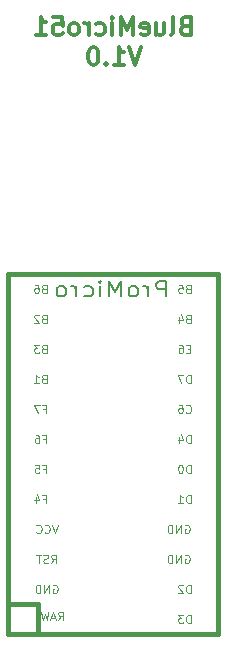
<source format=gbr>
G04 #@! TF.FileFunction,Legend,Bot*
%FSLAX46Y46*%
G04 Gerber Fmt 4.6, Leading zero omitted, Abs format (unit mm)*
G04 Created by KiCad (PCBNEW 4.0.7) date 05/30/18 17:56:51*
%MOMM*%
%LPD*%
G01*
G04 APERTURE LIST*
%ADD10C,0.100000*%
%ADD11C,0.300000*%
%ADD12C,0.381000*%
%ADD13C,0.203200*%
G04 APERTURE END LIST*
D10*
D11*
X150875714Y-69028571D02*
X150375714Y-70528571D01*
X149875714Y-69028571D01*
X148590000Y-70528571D02*
X149447143Y-70528571D01*
X149018571Y-70528571D02*
X149018571Y-69028571D01*
X149161428Y-69242857D01*
X149304286Y-69385714D01*
X149447143Y-69457143D01*
X147947143Y-70385714D02*
X147875715Y-70457143D01*
X147947143Y-70528571D01*
X148018572Y-70457143D01*
X147947143Y-70385714D01*
X147947143Y-70528571D01*
X146947143Y-69028571D02*
X146804286Y-69028571D01*
X146661429Y-69100000D01*
X146590000Y-69171429D01*
X146518571Y-69314286D01*
X146447143Y-69600000D01*
X146447143Y-69957143D01*
X146518571Y-70242857D01*
X146590000Y-70385714D01*
X146661429Y-70457143D01*
X146804286Y-70528571D01*
X146947143Y-70528571D01*
X147090000Y-70457143D01*
X147161429Y-70385714D01*
X147232857Y-70242857D01*
X147304286Y-69957143D01*
X147304286Y-69600000D01*
X147232857Y-69314286D01*
X147161429Y-69171429D01*
X147090000Y-69100000D01*
X146947143Y-69028571D01*
X154625713Y-67202857D02*
X154411427Y-67274286D01*
X154339999Y-67345714D01*
X154268570Y-67488571D01*
X154268570Y-67702857D01*
X154339999Y-67845714D01*
X154411427Y-67917143D01*
X154554285Y-67988571D01*
X155125713Y-67988571D01*
X155125713Y-66488571D01*
X154625713Y-66488571D01*
X154482856Y-66560000D01*
X154411427Y-66631429D01*
X154339999Y-66774286D01*
X154339999Y-66917143D01*
X154411427Y-67060000D01*
X154482856Y-67131429D01*
X154625713Y-67202857D01*
X155125713Y-67202857D01*
X153411427Y-67988571D02*
X153554285Y-67917143D01*
X153625713Y-67774286D01*
X153625713Y-66488571D01*
X152197142Y-66988571D02*
X152197142Y-67988571D01*
X152839999Y-66988571D02*
X152839999Y-67774286D01*
X152768571Y-67917143D01*
X152625713Y-67988571D01*
X152411428Y-67988571D01*
X152268571Y-67917143D01*
X152197142Y-67845714D01*
X150911428Y-67917143D02*
X151054285Y-67988571D01*
X151339999Y-67988571D01*
X151482856Y-67917143D01*
X151554285Y-67774286D01*
X151554285Y-67202857D01*
X151482856Y-67060000D01*
X151339999Y-66988571D01*
X151054285Y-66988571D01*
X150911428Y-67060000D01*
X150839999Y-67202857D01*
X150839999Y-67345714D01*
X151554285Y-67488571D01*
X150197142Y-67988571D02*
X150197142Y-66488571D01*
X149697142Y-67560000D01*
X149197142Y-66488571D01*
X149197142Y-67988571D01*
X148482856Y-67988571D02*
X148482856Y-66988571D01*
X148482856Y-66488571D02*
X148554285Y-66560000D01*
X148482856Y-66631429D01*
X148411428Y-66560000D01*
X148482856Y-66488571D01*
X148482856Y-66631429D01*
X147125713Y-67917143D02*
X147268570Y-67988571D01*
X147554284Y-67988571D01*
X147697142Y-67917143D01*
X147768570Y-67845714D01*
X147839999Y-67702857D01*
X147839999Y-67274286D01*
X147768570Y-67131429D01*
X147697142Y-67060000D01*
X147554284Y-66988571D01*
X147268570Y-66988571D01*
X147125713Y-67060000D01*
X146482856Y-67988571D02*
X146482856Y-66988571D01*
X146482856Y-67274286D02*
X146411428Y-67131429D01*
X146339999Y-67060000D01*
X146197142Y-66988571D01*
X146054285Y-66988571D01*
X145339999Y-67988571D02*
X145482857Y-67917143D01*
X145554285Y-67845714D01*
X145625714Y-67702857D01*
X145625714Y-67274286D01*
X145554285Y-67131429D01*
X145482857Y-67060000D01*
X145339999Y-66988571D01*
X145125714Y-66988571D01*
X144982857Y-67060000D01*
X144911428Y-67131429D01*
X144839999Y-67274286D01*
X144839999Y-67702857D01*
X144911428Y-67845714D01*
X144982857Y-67917143D01*
X145125714Y-67988571D01*
X145339999Y-67988571D01*
X143482856Y-66488571D02*
X144197142Y-66488571D01*
X144268571Y-67202857D01*
X144197142Y-67131429D01*
X144054285Y-67060000D01*
X143697142Y-67060000D01*
X143554285Y-67131429D01*
X143482856Y-67202857D01*
X143411428Y-67345714D01*
X143411428Y-67702857D01*
X143482856Y-67845714D01*
X143554285Y-67917143D01*
X143697142Y-67988571D01*
X144054285Y-67988571D01*
X144197142Y-67917143D01*
X144268571Y-67845714D01*
X141982857Y-67988571D02*
X142840000Y-67988571D01*
X142411428Y-67988571D02*
X142411428Y-66488571D01*
X142554285Y-66702857D01*
X142697143Y-66845714D01*
X142840000Y-66917143D01*
D12*
X157391100Y-118719600D02*
X139611100Y-118719600D01*
X139611100Y-118719600D02*
X139611100Y-88239600D01*
X139611100Y-88239600D02*
X157391100Y-88239600D01*
X157391100Y-88239600D02*
X157391100Y-118719600D01*
X142151100Y-118719600D02*
X142151100Y-116179600D01*
X142151100Y-116179600D02*
X139611100Y-116179600D01*
D13*
X153043346Y-90117144D02*
X153043346Y-88847144D01*
X152462774Y-88847144D01*
X152317632Y-88907620D01*
X152245060Y-88968096D01*
X152172489Y-89089049D01*
X152172489Y-89270477D01*
X152245060Y-89391430D01*
X152317632Y-89451906D01*
X152462774Y-89512382D01*
X153043346Y-89512382D01*
X151519346Y-90117144D02*
X151519346Y-89270477D01*
X151519346Y-89512382D02*
X151446774Y-89391430D01*
X151374203Y-89330953D01*
X151229060Y-89270477D01*
X151083917Y-89270477D01*
X150358203Y-90117144D02*
X150503345Y-90056668D01*
X150575917Y-89996191D01*
X150648488Y-89875239D01*
X150648488Y-89512382D01*
X150575917Y-89391430D01*
X150503345Y-89330953D01*
X150358203Y-89270477D01*
X150140488Y-89270477D01*
X149995345Y-89330953D01*
X149922774Y-89391430D01*
X149850203Y-89512382D01*
X149850203Y-89875239D01*
X149922774Y-89996191D01*
X149995345Y-90056668D01*
X150140488Y-90117144D01*
X150358203Y-90117144D01*
X149197060Y-90117144D02*
X149197060Y-88847144D01*
X148689060Y-89754287D01*
X148181060Y-88847144D01*
X148181060Y-90117144D01*
X147455346Y-90117144D02*
X147455346Y-89270477D01*
X147455346Y-88847144D02*
X147527917Y-88907620D01*
X147455346Y-88968096D01*
X147382774Y-88907620D01*
X147455346Y-88847144D01*
X147455346Y-88968096D01*
X146076489Y-90056668D02*
X146221632Y-90117144D01*
X146511918Y-90117144D01*
X146657060Y-90056668D01*
X146729632Y-89996191D01*
X146802203Y-89875239D01*
X146802203Y-89512382D01*
X146729632Y-89391430D01*
X146657060Y-89330953D01*
X146511918Y-89270477D01*
X146221632Y-89270477D01*
X146076489Y-89330953D01*
X145423346Y-90117144D02*
X145423346Y-89270477D01*
X145423346Y-89512382D02*
X145350774Y-89391430D01*
X145278203Y-89330953D01*
X145133060Y-89270477D01*
X144987917Y-89270477D01*
X144262203Y-90117144D02*
X144407345Y-90056668D01*
X144479917Y-89996191D01*
X144552488Y-89875239D01*
X144552488Y-89512382D01*
X144479917Y-89391430D01*
X144407345Y-89330953D01*
X144262203Y-89270477D01*
X144044488Y-89270477D01*
X143899345Y-89330953D01*
X143826774Y-89391430D01*
X143754203Y-89512382D01*
X143754203Y-89875239D01*
X143826774Y-89996191D01*
X143899345Y-90056668D01*
X144044488Y-90117144D01*
X144262203Y-90117144D01*
D10*
X154880433Y-89459600D02*
X154780433Y-89492933D01*
X154747100Y-89526267D01*
X154713766Y-89592933D01*
X154713766Y-89692933D01*
X154747100Y-89759600D01*
X154780433Y-89792933D01*
X154847100Y-89826267D01*
X155113766Y-89826267D01*
X155113766Y-89126267D01*
X154880433Y-89126267D01*
X154813766Y-89159600D01*
X154780433Y-89192933D01*
X154747100Y-89259600D01*
X154747100Y-89326267D01*
X154780433Y-89392933D01*
X154813766Y-89426267D01*
X154880433Y-89459600D01*
X155113766Y-89459600D01*
X154080433Y-89126267D02*
X154413766Y-89126267D01*
X154447100Y-89459600D01*
X154413766Y-89426267D01*
X154347100Y-89392933D01*
X154180433Y-89392933D01*
X154113766Y-89426267D01*
X154080433Y-89459600D01*
X154047100Y-89526267D01*
X154047100Y-89692933D01*
X154080433Y-89759600D01*
X154113766Y-89792933D01*
X154180433Y-89826267D01*
X154347100Y-89826267D01*
X154413766Y-89792933D01*
X154447100Y-89759600D01*
X154880433Y-91999600D02*
X154780433Y-92032933D01*
X154747100Y-92066267D01*
X154713766Y-92132933D01*
X154713766Y-92232933D01*
X154747100Y-92299600D01*
X154780433Y-92332933D01*
X154847100Y-92366267D01*
X155113766Y-92366267D01*
X155113766Y-91666267D01*
X154880433Y-91666267D01*
X154813766Y-91699600D01*
X154780433Y-91732933D01*
X154747100Y-91799600D01*
X154747100Y-91866267D01*
X154780433Y-91932933D01*
X154813766Y-91966267D01*
X154880433Y-91999600D01*
X155113766Y-91999600D01*
X154113766Y-91899600D02*
X154113766Y-92366267D01*
X154280433Y-91632933D02*
X154447100Y-92132933D01*
X154013766Y-92132933D01*
X155080433Y-94539600D02*
X154847100Y-94539600D01*
X154747100Y-94906267D02*
X155080433Y-94906267D01*
X155080433Y-94206267D01*
X154747100Y-94206267D01*
X154147100Y-94206267D02*
X154280434Y-94206267D01*
X154347100Y-94239600D01*
X154380434Y-94272933D01*
X154447100Y-94372933D01*
X154480434Y-94506267D01*
X154480434Y-94772933D01*
X154447100Y-94839600D01*
X154413767Y-94872933D01*
X154347100Y-94906267D01*
X154213767Y-94906267D01*
X154147100Y-94872933D01*
X154113767Y-94839600D01*
X154080434Y-94772933D01*
X154080434Y-94606267D01*
X154113767Y-94539600D01*
X154147100Y-94506267D01*
X154213767Y-94472933D01*
X154347100Y-94472933D01*
X154413767Y-94506267D01*
X154447100Y-94539600D01*
X154480434Y-94606267D01*
X155113766Y-97446267D02*
X155113766Y-96746267D01*
X154947100Y-96746267D01*
X154847100Y-96779600D01*
X154780433Y-96846267D01*
X154747100Y-96912933D01*
X154713766Y-97046267D01*
X154713766Y-97146267D01*
X154747100Y-97279600D01*
X154780433Y-97346267D01*
X154847100Y-97412933D01*
X154947100Y-97446267D01*
X155113766Y-97446267D01*
X154480433Y-96746267D02*
X154013766Y-96746267D01*
X154313766Y-97446267D01*
X154713766Y-99919600D02*
X154747100Y-99952933D01*
X154847100Y-99986267D01*
X154913766Y-99986267D01*
X155013766Y-99952933D01*
X155080433Y-99886267D01*
X155113766Y-99819600D01*
X155147100Y-99686267D01*
X155147100Y-99586267D01*
X155113766Y-99452933D01*
X155080433Y-99386267D01*
X155013766Y-99319600D01*
X154913766Y-99286267D01*
X154847100Y-99286267D01*
X154747100Y-99319600D01*
X154713766Y-99352933D01*
X154113766Y-99286267D02*
X154247100Y-99286267D01*
X154313766Y-99319600D01*
X154347100Y-99352933D01*
X154413766Y-99452933D01*
X154447100Y-99586267D01*
X154447100Y-99852933D01*
X154413766Y-99919600D01*
X154380433Y-99952933D01*
X154313766Y-99986267D01*
X154180433Y-99986267D01*
X154113766Y-99952933D01*
X154080433Y-99919600D01*
X154047100Y-99852933D01*
X154047100Y-99686267D01*
X154080433Y-99619600D01*
X154113766Y-99586267D01*
X154180433Y-99552933D01*
X154313766Y-99552933D01*
X154380433Y-99586267D01*
X154413766Y-99619600D01*
X154447100Y-99686267D01*
X155113766Y-102526267D02*
X155113766Y-101826267D01*
X154947100Y-101826267D01*
X154847100Y-101859600D01*
X154780433Y-101926267D01*
X154747100Y-101992933D01*
X154713766Y-102126267D01*
X154713766Y-102226267D01*
X154747100Y-102359600D01*
X154780433Y-102426267D01*
X154847100Y-102492933D01*
X154947100Y-102526267D01*
X155113766Y-102526267D01*
X154113766Y-102059600D02*
X154113766Y-102526267D01*
X154280433Y-101792933D02*
X154447100Y-102292933D01*
X154013766Y-102292933D01*
X155113766Y-105066267D02*
X155113766Y-104366267D01*
X154947100Y-104366267D01*
X154847100Y-104399600D01*
X154780433Y-104466267D01*
X154747100Y-104532933D01*
X154713766Y-104666267D01*
X154713766Y-104766267D01*
X154747100Y-104899600D01*
X154780433Y-104966267D01*
X154847100Y-105032933D01*
X154947100Y-105066267D01*
X155113766Y-105066267D01*
X154280433Y-104366267D02*
X154213766Y-104366267D01*
X154147100Y-104399600D01*
X154113766Y-104432933D01*
X154080433Y-104499600D01*
X154047100Y-104632933D01*
X154047100Y-104799600D01*
X154080433Y-104932933D01*
X154113766Y-104999600D01*
X154147100Y-105032933D01*
X154213766Y-105066267D01*
X154280433Y-105066267D01*
X154347100Y-105032933D01*
X154380433Y-104999600D01*
X154413766Y-104932933D01*
X154447100Y-104799600D01*
X154447100Y-104632933D01*
X154413766Y-104499600D01*
X154380433Y-104432933D01*
X154347100Y-104399600D01*
X154280433Y-104366267D01*
X155113766Y-107606267D02*
X155113766Y-106906267D01*
X154947100Y-106906267D01*
X154847100Y-106939600D01*
X154780433Y-107006267D01*
X154747100Y-107072933D01*
X154713766Y-107206267D01*
X154713766Y-107306267D01*
X154747100Y-107439600D01*
X154780433Y-107506267D01*
X154847100Y-107572933D01*
X154947100Y-107606267D01*
X155113766Y-107606267D01*
X154047100Y-107606267D02*
X154447100Y-107606267D01*
X154247100Y-107606267D02*
X154247100Y-106906267D01*
X154313766Y-107006267D01*
X154380433Y-107072933D01*
X154447100Y-107106267D01*
X154622433Y-109479600D02*
X154689099Y-109446267D01*
X154789099Y-109446267D01*
X154889099Y-109479600D01*
X154955766Y-109546267D01*
X154989099Y-109612933D01*
X155022433Y-109746267D01*
X155022433Y-109846267D01*
X154989099Y-109979600D01*
X154955766Y-110046267D01*
X154889099Y-110112933D01*
X154789099Y-110146267D01*
X154722433Y-110146267D01*
X154622433Y-110112933D01*
X154589099Y-110079600D01*
X154589099Y-109846267D01*
X154722433Y-109846267D01*
X154289099Y-110146267D02*
X154289099Y-109446267D01*
X153889099Y-110146267D01*
X153889099Y-109446267D01*
X153555766Y-110146267D02*
X153555766Y-109446267D01*
X153389100Y-109446267D01*
X153289100Y-109479600D01*
X153222433Y-109546267D01*
X153189100Y-109612933D01*
X153155766Y-109746267D01*
X153155766Y-109846267D01*
X153189100Y-109979600D01*
X153222433Y-110046267D01*
X153289100Y-110112933D01*
X153389100Y-110146267D01*
X153555766Y-110146267D01*
X154622433Y-112019600D02*
X154689099Y-111986267D01*
X154789099Y-111986267D01*
X154889099Y-112019600D01*
X154955766Y-112086267D01*
X154989099Y-112152933D01*
X155022433Y-112286267D01*
X155022433Y-112386267D01*
X154989099Y-112519600D01*
X154955766Y-112586267D01*
X154889099Y-112652933D01*
X154789099Y-112686267D01*
X154722433Y-112686267D01*
X154622433Y-112652933D01*
X154589099Y-112619600D01*
X154589099Y-112386267D01*
X154722433Y-112386267D01*
X154289099Y-112686267D02*
X154289099Y-111986267D01*
X153889099Y-112686267D01*
X153889099Y-111986267D01*
X153555766Y-112686267D02*
X153555766Y-111986267D01*
X153389100Y-111986267D01*
X153289100Y-112019600D01*
X153222433Y-112086267D01*
X153189100Y-112152933D01*
X153155766Y-112286267D01*
X153155766Y-112386267D01*
X153189100Y-112519600D01*
X153222433Y-112586267D01*
X153289100Y-112652933D01*
X153389100Y-112686267D01*
X153555766Y-112686267D01*
X155113766Y-115226267D02*
X155113766Y-114526267D01*
X154947100Y-114526267D01*
X154847100Y-114559600D01*
X154780433Y-114626267D01*
X154747100Y-114692933D01*
X154713766Y-114826267D01*
X154713766Y-114926267D01*
X154747100Y-115059600D01*
X154780433Y-115126267D01*
X154847100Y-115192933D01*
X154947100Y-115226267D01*
X155113766Y-115226267D01*
X154447100Y-114592933D02*
X154413766Y-114559600D01*
X154347100Y-114526267D01*
X154180433Y-114526267D01*
X154113766Y-114559600D01*
X154080433Y-114592933D01*
X154047100Y-114659600D01*
X154047100Y-114726267D01*
X154080433Y-114826267D01*
X154480433Y-115226267D01*
X154047100Y-115226267D01*
X155113766Y-117766267D02*
X155113766Y-117066267D01*
X154947100Y-117066267D01*
X154847100Y-117099600D01*
X154780433Y-117166267D01*
X154747100Y-117232933D01*
X154713766Y-117366267D01*
X154713766Y-117466267D01*
X154747100Y-117599600D01*
X154780433Y-117666267D01*
X154847100Y-117732933D01*
X154947100Y-117766267D01*
X155113766Y-117766267D01*
X154480433Y-117066267D02*
X154047100Y-117066267D01*
X154280433Y-117332933D01*
X154180433Y-117332933D01*
X154113766Y-117366267D01*
X154080433Y-117399600D01*
X154047100Y-117466267D01*
X154047100Y-117632933D01*
X154080433Y-117699600D01*
X154113766Y-117732933D01*
X154180433Y-117766267D01*
X154380433Y-117766267D01*
X154447100Y-117732933D01*
X154480433Y-117699600D01*
X142688433Y-89459600D02*
X142588433Y-89492933D01*
X142555100Y-89526267D01*
X142521766Y-89592933D01*
X142521766Y-89692933D01*
X142555100Y-89759600D01*
X142588433Y-89792933D01*
X142655100Y-89826267D01*
X142921766Y-89826267D01*
X142921766Y-89126267D01*
X142688433Y-89126267D01*
X142621766Y-89159600D01*
X142588433Y-89192933D01*
X142555100Y-89259600D01*
X142555100Y-89326267D01*
X142588433Y-89392933D01*
X142621766Y-89426267D01*
X142688433Y-89459600D01*
X142921766Y-89459600D01*
X141921766Y-89126267D02*
X142055100Y-89126267D01*
X142121766Y-89159600D01*
X142155100Y-89192933D01*
X142221766Y-89292933D01*
X142255100Y-89426267D01*
X142255100Y-89692933D01*
X142221766Y-89759600D01*
X142188433Y-89792933D01*
X142121766Y-89826267D01*
X141988433Y-89826267D01*
X141921766Y-89792933D01*
X141888433Y-89759600D01*
X141855100Y-89692933D01*
X141855100Y-89526267D01*
X141888433Y-89459600D01*
X141921766Y-89426267D01*
X141988433Y-89392933D01*
X142121766Y-89392933D01*
X142188433Y-89426267D01*
X142221766Y-89459600D01*
X142255100Y-89526267D01*
X142688433Y-91999600D02*
X142588433Y-92032933D01*
X142555100Y-92066267D01*
X142521766Y-92132933D01*
X142521766Y-92232933D01*
X142555100Y-92299600D01*
X142588433Y-92332933D01*
X142655100Y-92366267D01*
X142921766Y-92366267D01*
X142921766Y-91666267D01*
X142688433Y-91666267D01*
X142621766Y-91699600D01*
X142588433Y-91732933D01*
X142555100Y-91799600D01*
X142555100Y-91866267D01*
X142588433Y-91932933D01*
X142621766Y-91966267D01*
X142688433Y-91999600D01*
X142921766Y-91999600D01*
X142255100Y-91732933D02*
X142221766Y-91699600D01*
X142155100Y-91666267D01*
X141988433Y-91666267D01*
X141921766Y-91699600D01*
X141888433Y-91732933D01*
X141855100Y-91799600D01*
X141855100Y-91866267D01*
X141888433Y-91966267D01*
X142288433Y-92366267D01*
X141855100Y-92366267D01*
X142688433Y-94539600D02*
X142588433Y-94572933D01*
X142555100Y-94606267D01*
X142521766Y-94672933D01*
X142521766Y-94772933D01*
X142555100Y-94839600D01*
X142588433Y-94872933D01*
X142655100Y-94906267D01*
X142921766Y-94906267D01*
X142921766Y-94206267D01*
X142688433Y-94206267D01*
X142621766Y-94239600D01*
X142588433Y-94272933D01*
X142555100Y-94339600D01*
X142555100Y-94406267D01*
X142588433Y-94472933D01*
X142621766Y-94506267D01*
X142688433Y-94539600D01*
X142921766Y-94539600D01*
X142288433Y-94206267D02*
X141855100Y-94206267D01*
X142088433Y-94472933D01*
X141988433Y-94472933D01*
X141921766Y-94506267D01*
X141888433Y-94539600D01*
X141855100Y-94606267D01*
X141855100Y-94772933D01*
X141888433Y-94839600D01*
X141921766Y-94872933D01*
X141988433Y-94906267D01*
X142188433Y-94906267D01*
X142255100Y-94872933D01*
X142288433Y-94839600D01*
X142688433Y-97079600D02*
X142588433Y-97112933D01*
X142555100Y-97146267D01*
X142521766Y-97212933D01*
X142521766Y-97312933D01*
X142555100Y-97379600D01*
X142588433Y-97412933D01*
X142655100Y-97446267D01*
X142921766Y-97446267D01*
X142921766Y-96746267D01*
X142688433Y-96746267D01*
X142621766Y-96779600D01*
X142588433Y-96812933D01*
X142555100Y-96879600D01*
X142555100Y-96946267D01*
X142588433Y-97012933D01*
X142621766Y-97046267D01*
X142688433Y-97079600D01*
X142921766Y-97079600D01*
X141855100Y-97446267D02*
X142255100Y-97446267D01*
X142055100Y-97446267D02*
X142055100Y-96746267D01*
X142121766Y-96846267D01*
X142188433Y-96912933D01*
X142255100Y-96946267D01*
X142638433Y-102159600D02*
X142871766Y-102159600D01*
X142871766Y-102526267D02*
X142871766Y-101826267D01*
X142538433Y-101826267D01*
X141971766Y-101826267D02*
X142105100Y-101826267D01*
X142171766Y-101859600D01*
X142205100Y-101892933D01*
X142271766Y-101992933D01*
X142305100Y-102126267D01*
X142305100Y-102392933D01*
X142271766Y-102459600D01*
X142238433Y-102492933D01*
X142171766Y-102526267D01*
X142038433Y-102526267D01*
X141971766Y-102492933D01*
X141938433Y-102459600D01*
X141905100Y-102392933D01*
X141905100Y-102226267D01*
X141938433Y-102159600D01*
X141971766Y-102126267D01*
X142038433Y-102092933D01*
X142171766Y-102092933D01*
X142238433Y-102126267D01*
X142271766Y-102159600D01*
X142305100Y-102226267D01*
X142638433Y-99619600D02*
X142871766Y-99619600D01*
X142871766Y-99986267D02*
X142871766Y-99286267D01*
X142538433Y-99286267D01*
X142338433Y-99286267D02*
X141871766Y-99286267D01*
X142171766Y-99986267D01*
X142638433Y-104699600D02*
X142871766Y-104699600D01*
X142871766Y-105066267D02*
X142871766Y-104366267D01*
X142538433Y-104366267D01*
X141938433Y-104366267D02*
X142271766Y-104366267D01*
X142305100Y-104699600D01*
X142271766Y-104666267D01*
X142205100Y-104632933D01*
X142038433Y-104632933D01*
X141971766Y-104666267D01*
X141938433Y-104699600D01*
X141905100Y-104766267D01*
X141905100Y-104932933D01*
X141938433Y-104999600D01*
X141971766Y-105032933D01*
X142038433Y-105066267D01*
X142205100Y-105066267D01*
X142271766Y-105032933D01*
X142305100Y-104999600D01*
X142638433Y-107239600D02*
X142871766Y-107239600D01*
X142871766Y-107606267D02*
X142871766Y-106906267D01*
X142538433Y-106906267D01*
X141971766Y-107139600D02*
X141971766Y-107606267D01*
X142138433Y-106872933D02*
X142305100Y-107372933D01*
X141871766Y-107372933D01*
X143846433Y-109446267D02*
X143613100Y-110146267D01*
X143379767Y-109446267D01*
X142746433Y-110079600D02*
X142779767Y-110112933D01*
X142879767Y-110146267D01*
X142946433Y-110146267D01*
X143046433Y-110112933D01*
X143113100Y-110046267D01*
X143146433Y-109979600D01*
X143179767Y-109846267D01*
X143179767Y-109746267D01*
X143146433Y-109612933D01*
X143113100Y-109546267D01*
X143046433Y-109479600D01*
X142946433Y-109446267D01*
X142879767Y-109446267D01*
X142779767Y-109479600D01*
X142746433Y-109512933D01*
X142046433Y-110079600D02*
X142079767Y-110112933D01*
X142179767Y-110146267D01*
X142246433Y-110146267D01*
X142346433Y-110112933D01*
X142413100Y-110046267D01*
X142446433Y-109979600D01*
X142479767Y-109846267D01*
X142479767Y-109746267D01*
X142446433Y-109612933D01*
X142413100Y-109546267D01*
X142346433Y-109479600D01*
X142246433Y-109446267D01*
X142179767Y-109446267D01*
X142079767Y-109479600D01*
X142046433Y-109512933D01*
X143296433Y-112686267D02*
X143529767Y-112352933D01*
X143696433Y-112686267D02*
X143696433Y-111986267D01*
X143429767Y-111986267D01*
X143363100Y-112019600D01*
X143329767Y-112052933D01*
X143296433Y-112119600D01*
X143296433Y-112219600D01*
X143329767Y-112286267D01*
X143363100Y-112319600D01*
X143429767Y-112352933D01*
X143696433Y-112352933D01*
X143029767Y-112652933D02*
X142929767Y-112686267D01*
X142763100Y-112686267D01*
X142696433Y-112652933D01*
X142663100Y-112619600D01*
X142629767Y-112552933D01*
X142629767Y-112486267D01*
X142663100Y-112419600D01*
X142696433Y-112386267D01*
X142763100Y-112352933D01*
X142896433Y-112319600D01*
X142963100Y-112286267D01*
X142996433Y-112252933D01*
X143029767Y-112186267D01*
X143029767Y-112119600D01*
X142996433Y-112052933D01*
X142963100Y-112019600D01*
X142896433Y-111986267D01*
X142729767Y-111986267D01*
X142629767Y-112019600D01*
X142429766Y-111986267D02*
X142029766Y-111986267D01*
X142229766Y-112686267D02*
X142229766Y-111986267D01*
X143446433Y-114559600D02*
X143513099Y-114526267D01*
X143613099Y-114526267D01*
X143713099Y-114559600D01*
X143779766Y-114626267D01*
X143813099Y-114692933D01*
X143846433Y-114826267D01*
X143846433Y-114926267D01*
X143813099Y-115059600D01*
X143779766Y-115126267D01*
X143713099Y-115192933D01*
X143613099Y-115226267D01*
X143546433Y-115226267D01*
X143446433Y-115192933D01*
X143413099Y-115159600D01*
X143413099Y-114926267D01*
X143546433Y-114926267D01*
X143113099Y-115226267D02*
X143113099Y-114526267D01*
X142713099Y-115226267D01*
X142713099Y-114526267D01*
X142379766Y-115226267D02*
X142379766Y-114526267D01*
X142213100Y-114526267D01*
X142113100Y-114559600D01*
X142046433Y-114626267D01*
X142013100Y-114692933D01*
X141979766Y-114826267D01*
X141979766Y-114926267D01*
X142013100Y-115059600D01*
X142046433Y-115126267D01*
X142113100Y-115192933D01*
X142213100Y-115226267D01*
X142379766Y-115226267D01*
X143904433Y-117512267D02*
X144137767Y-117178933D01*
X144304433Y-117512267D02*
X144304433Y-116812267D01*
X144037767Y-116812267D01*
X143971100Y-116845600D01*
X143937767Y-116878933D01*
X143904433Y-116945600D01*
X143904433Y-117045600D01*
X143937767Y-117112267D01*
X143971100Y-117145600D01*
X144037767Y-117178933D01*
X144304433Y-117178933D01*
X143637767Y-117312267D02*
X143304433Y-117312267D01*
X143704433Y-117512267D02*
X143471100Y-116812267D01*
X143237767Y-117512267D01*
X143071100Y-116812267D02*
X142904433Y-117512267D01*
X142771100Y-117012267D01*
X142637767Y-117512267D01*
X142471100Y-116812267D01*
M02*

</source>
